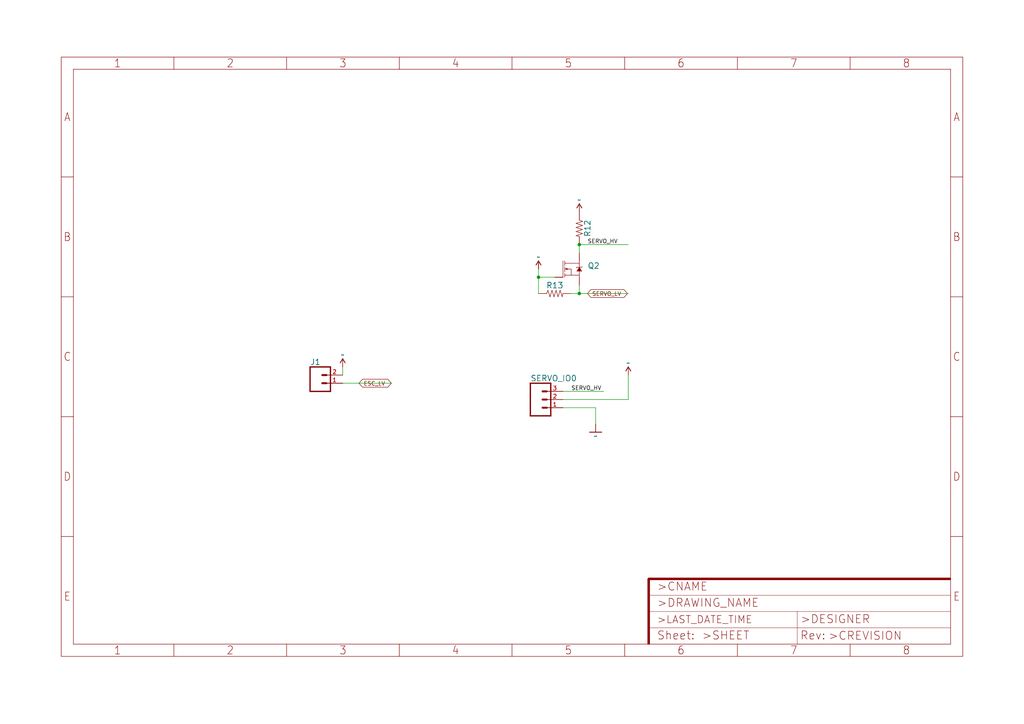
<source format=kicad_sch>
(kicad_sch (version 20211123) (generator eeschema)
  (paper "User" 318.77 225.501)
  (lib_symbols
    (symbol "layer3-eagle-import:3.3V" (power)
      (property "Value" "3.3V" (at 0 2.794 0))
      (symbol "3.3V_1_0"
        (polyline (pts (xy 0 2.54) (xy -0.762 1.27)) (stroke (width 0.254)))
        (polyline (pts (xy 0.762 1.27) (xy 0 2.54)) (stroke (width 0.254)))
        (pin power_in line (at 0 0 90) (length 2.54) (name "3.3V") (number "1"))
      )
    )
    (symbol "layer3-eagle-import:5V" (power)
      (property "Value" "5V" (at 0 2.794 0))
      (symbol "5V_1_0"
        (polyline (pts (xy 0 2.54) (xy -0.762 1.27)) (stroke (width 0.254)))
        (polyline (pts (xy 0.762 1.27) (xy 0 2.54)) (stroke (width 0.254)))
        (pin power_in line (at 0 0 90) (length 2.54) (name "5V") (number "1"))
      )
    )
    (symbol "layer3-eagle-import:CONN_02LOCK"
      (property "Reference" "J" (at -2.54 5.588 0))
      (property "Value" "CONN_02LOCK" (at -2.54 -4.826 0))
      (symbol "CONN_02LOCK_1_0"
        (polyline (pts (xy -2.54 5.08) (xy -2.54 -2.54)) (stroke (width 0.4064)))
        (polyline (pts (xy -2.54 5.08) (xy 3.81 5.08)) (stroke (width 0.4064)))
        (polyline (pts (xy 1.27 0) (xy 2.54 0)) (stroke (width 0.6096)))
        (polyline (pts (xy 1.27 2.54) (xy 2.54 2.54)) (stroke (width 0.6096)))
        (polyline (pts (xy 3.81 -2.54) (xy -2.54 -2.54)) (stroke (width 0.4064)))
        (polyline (pts (xy 3.81 -2.54) (xy 3.81 5.08)) (stroke (width 0.4064)))
        (pin passive line (at 7.62 0 180) (length 5.08) (name "1") (number "1"))
        (pin passive line (at 7.62 2.54 180) (length 5.08) (name "2") (number "2"))
      )
    )
    (symbol "layer3-eagle-import:CONN_03LOCK"
      (property "Reference" "J" (at -2.54 5.588 0))
      (property "Value" "CONN_03LOCK" (at -2.54 -7.366 0))
      (symbol "CONN_03LOCK_1_0"
        (polyline (pts (xy -2.54 5.08) (xy -2.54 -5.08)) (stroke (width 0.4064)))
        (polyline (pts (xy -2.54 5.08) (xy 3.81 5.08)) (stroke (width 0.4064)))
        (polyline (pts (xy 1.27 -2.54) (xy 2.54 -2.54)) (stroke (width 0.6096)))
        (polyline (pts (xy 1.27 0) (xy 2.54 0)) (stroke (width 0.6096)))
        (polyline (pts (xy 1.27 2.54) (xy 2.54 2.54)) (stroke (width 0.6096)))
        (polyline (pts (xy 3.81 -5.08) (xy -2.54 -5.08)) (stroke (width 0.4064)))
        (polyline (pts (xy 3.81 -5.08) (xy 3.81 5.08)) (stroke (width 0.4064)))
        (pin passive line (at 7.62 -2.54 180) (length 5.08) (name "1") (number "1"))
        (pin passive line (at 7.62 0 180) (length 5.08) (name "2") (number "2"))
        (pin passive line (at 7.62 2.54 180) (length 5.08) (name "3") (number "3"))
      )
    )
    (symbol "layer3-eagle-import:FRAME-A4L"
      (symbol "FRAME-A4L_0_0"
        (polyline (pts (xy -3.81 33.528) (xy 0 33.528)))
        (polyline (pts (xy -3.81 70.866) (xy 0 70.866)))
        (polyline (pts (xy -3.81 108.204) (xy 0 108.204)))
        (polyline (pts (xy -3.81 145.542) (xy 0 145.542)))
        (polyline (pts (xy 0 0) (xy 0 179.07)))
        (polyline (pts (xy 31.2738 -3.81) (xy 31.2738 0)))
        (polyline (pts (xy 31.2738 179.07) (xy 31.2738 182.88)))
        (polyline (pts (xy 66.3575 -3.81) (xy 66.3575 0)))
        (polyline (pts (xy 66.3575 179.07) (xy 66.3575 182.88)))
        (polyline (pts (xy 101.4413 -3.81) (xy 101.4413 0)))
        (polyline (pts (xy 101.4413 179.07) (xy 101.4413 182.88)))
        (polyline (pts (xy 136.525 -3.81) (xy 136.525 0)))
        (polyline (pts (xy 136.525 179.07) (xy 136.525 182.88)))
        (polyline (pts (xy 171.6088 -3.81) (xy 171.6088 0)))
        (polyline (pts (xy 171.6088 179.07) (xy 171.6088 182.88)))
        (polyline (pts (xy 206.6925 -3.81) (xy 206.6925 0)))
        (polyline (pts (xy 206.6925 179.07) (xy 206.6925 182.88)))
        (polyline (pts (xy 241.7763 -3.81) (xy 241.7763 0)))
        (polyline (pts (xy 241.7763 179.07) (xy 241.7763 182.88)))
        (polyline (pts (xy 273.05 0) (xy 0 0)))
        (polyline (pts (xy 273.05 0) (xy 273.05 179.07)))
        (polyline (pts (xy 273.05 33.528) (xy 276.86 33.528)))
        (polyline (pts (xy 273.05 70.866) (xy 276.86 70.866)))
        (polyline (pts (xy 273.05 108.204) (xy 276.86 108.204)))
        (polyline (pts (xy 273.05 145.542) (xy 276.86 145.542)))
        (polyline (pts (xy 273.05 179.07) (xy 0 179.07)))
        (polyline (pts (xy -3.81 -3.81) (xy 276.86 -3.81) (xy 276.86 182.88) (xy -3.81 182.88) (xy -3.81 -3.81)))
        (text "1" (at 13.7319 -1.905 0) (effects (font (size 2.54 2.286))))
        (text "1" (at 13.7319 180.975 0) (effects (font (size 2.54 2.286))))
        (text "2" (at 48.8156 -1.905 0) (effects (font (size 2.54 2.286))))
        (text "2" (at 48.8156 180.975 0) (effects (font (size 2.54 2.286))))
        (text "3" (at 83.8994 -1.905 0) (effects (font (size 2.54 2.286))))
        (text "3" (at 83.8994 180.975 0) (effects (font (size 2.54 2.286))))
        (text "4" (at 118.9831 -1.905 0) (effects (font (size 2.54 2.286))))
        (text "4" (at 118.9831 180.975 0) (effects (font (size 2.54 2.286))))
        (text "5" (at 154.0669 -1.905 0) (effects (font (size 2.54 2.286))))
        (text "5" (at 154.0669 180.975 0) (effects (font (size 2.54 2.286))))
        (text "6" (at 189.1506 -1.905 0) (effects (font (size 2.54 2.286))))
        (text "6" (at 189.1506 180.975 0) (effects (font (size 2.54 2.286))))
        (text "7" (at 224.2344 -1.905 0) (effects (font (size 2.54 2.286))))
        (text "7" (at 224.2344 180.975 0) (effects (font (size 2.54 2.286))))
        (text "8" (at 259.3181 -1.905 0) (effects (font (size 2.54 2.286))))
        (text "8" (at 259.3181 180.975 0) (effects (font (size 2.54 2.286))))
        (text "A" (at -1.905 164.211 0) (effects (font (size 2.54 2.286))))
        (text "A" (at 274.955 164.211 0) (effects (font (size 2.54 2.286))))
        (text "B" (at -1.905 126.873 0) (effects (font (size 2.54 2.286))))
        (text "B" (at 274.955 126.873 0) (effects (font (size 2.54 2.286))))
        (text "C" (at -1.905 89.535 0) (effects (font (size 2.54 2.286))))
        (text "C" (at 274.955 89.535 0) (effects (font (size 2.54 2.286))))
        (text "D" (at -1.905 52.197 0) (effects (font (size 2.54 2.286))))
        (text "D" (at 274.955 52.197 0) (effects (font (size 2.54 2.286))))
        (text "E" (at -1.905 14.859 0) (effects (font (size 2.54 2.286))))
        (text "E" (at 274.955 14.859 0) (effects (font (size 2.54 2.286))))
      )
      (symbol "FRAME-A4L_1_0"
        (polyline (pts (xy 179.07 10.16) (xy 225.29 10.16)) (stroke (width 0.1016)))
        (polyline (pts (xy 179.07 15.24) (xy 273.05 15.24)) (stroke (width 0.1016)))
        (polyline (pts (xy 179.07 19.05) (xy 179.07 20.32)) (stroke (width 0.6096)))
        (polyline (pts (xy 179.07 20.32) (xy 180.34 20.32)) (stroke (width 0.6096)))
        (polyline (pts (xy 225.29 -0.1) (xy 225.29 5.08)) (stroke (width 0.1016)))
        (polyline (pts (xy 225.29 5.08) (xy 179.07 5.08)) (stroke (width 0.1016)))
        (polyline (pts (xy 225.29 5.08) (xy 225.29 10.16)) (stroke (width 0.1016)))
        (polyline (pts (xy 225.29 5.08) (xy 273.05 5.08)) (stroke (width 0.1016)))
        (polyline (pts (xy 225.29 10.16) (xy 273.05 10.16)) (stroke (width 0.1016)))
        (rectangle (start 178.7652 0) (end 179.3748 20.32) (fill (type outline)))
        (rectangle (start 179.07 20.6248) (end 273.05 20.0152) (fill (type outline)))
        (text ">CNAME" (at 181.61 16.51 0) (effects (font (size 2.54 2.54)) (justify left bottom)))
        (text ">CREVISION" (at 234.92 1.17 0) (effects (font (size 2.54 2.54)) (justify left bottom)))
        (text ">DESIGNER" (at 226.26 6.35 0) (effects (font (size 2.54 2.54)) (justify left bottom)))
        (text ">DRAWING_NAME" (at 181.61 11.43 0) (effects (font (size 2.54 2.54)) (justify left bottom)))
        (text ">LAST_DATE_TIME" (at 181.61 6.35 0) (effects (font (size 2.286 2.286)) (justify left bottom)))
        (text ">SHEET" (at 195.58 1.27 0) (effects (font (size 2.54 2.54)) (justify left bottom)))
        (text "Rev:" (at 226.16 1.27 0) (effects (font (size 2.54 2.54)) (justify left bottom)))
        (text "Sheet:" (at 181.61 1.27 0) (effects (font (size 2.54 2.54)) (justify left bottom)))
      )
    )
    (symbol "layer3-eagle-import:GND" (power)
      (property "Value" "GND" (at 0 -0.254 0))
      (symbol "GND_1_0"
        (polyline (pts (xy -1.905 0) (xy 1.905 0)) (stroke (width 0.254)))
        (pin power_in line (at 0 2.54 270) (length 2.54) (name "GND") (number "1"))
      )
    )
    (symbol "layer3-eagle-import:MOSFET-NCH-AO3404A"
      (property "Reference" "Q" (at 5.08 0 0))
      (property "Value" "MOSFET-NCH-AO3404A" (at 5.08 -2.54 0))
      (symbol "MOSFET-NCH-AO3404A_1_0"
        (polyline (pts (xy -2.54 -2.54) (xy -2.54 2.54)) (stroke (width 0.1524)))
        (polyline (pts (xy -1.9812 -1.905) (xy -1.9812 -2.54)) (stroke (width 0.1524)))
        (polyline (pts (xy -1.9812 -1.905) (xy 0 -1.905)) (stroke (width 0.1524)))
        (polyline (pts (xy -1.9812 -1.2954) (xy -1.9812 -1.905)) (stroke (width 0.1524)))
        (polyline (pts (xy -1.9812 0.6858) (xy -1.9812 -0.8382)) (stroke (width 0.1524)))
        (polyline (pts (xy -1.9812 1.8034) (xy -1.9812 1.0922)) (stroke (width 0.1524)))
        (polyline (pts (xy -1.9812 1.8034) (xy 2.54 1.8034)) (stroke (width 0.1524)))
        (polyline (pts (xy -1.9812 2.54) (xy -1.9812 1.8034)) (stroke (width 0.1524)))
        (polyline (pts (xy 0 -1.905) (xy 0 0)) (stroke (width 0.1524)))
        (polyline (pts (xy 0 0) (xy -1.2192 0)) (stroke (width 0.1524)))
        (polyline (pts (xy 1.6002 0.381) (xy 1.778 0.5588)) (stroke (width 0.1524)))
        (polyline (pts (xy 2.54 -2.54) (xy 2.54 -1.905)) (stroke (width 0.1524)))
        (polyline (pts (xy 2.54 -1.905) (xy 0 -1.905)) (stroke (width 0.1524)))
        (polyline (pts (xy 2.54 -0.7112) (xy 2.54 -1.905)) (stroke (width 0.1524)))
        (polyline (pts (xy 2.54 0.5588) (xy 1.778 0.5588)) (stroke (width 0.1524)))
        (polyline (pts (xy 2.54 0.5588) (xy 3.302 0.5588)) (stroke (width 0.1524)))
        (polyline (pts (xy 2.54 1.8034) (xy 2.54 0.5588)) (stroke (width 0.1524)))
        (polyline (pts (xy 2.54 2.54) (xy 2.54 1.8034)) (stroke (width 0.1524)))
        (polyline (pts (xy 3.302 0.5588) (xy 3.4798 0.7366)) (stroke (width 0.1524)))
        (polyline (pts (xy -1.9812 0) (xy -1.2192 0.254) (xy -1.2192 -0.254)) (fill (type outline)))
        (polyline (pts (xy 1.778 -0.7112) (xy 2.54 0.5588) (xy 3.302 -0.7112)) (fill (type outline)))
        (pin bidirectional line (at -5.08 -2.54 0) (length 2.54) (name "G") (number "1"))
        (pin bidirectional line (at 2.54 -5.08 90) (length 2.54) (name "S") (number "2"))
        (pin bidirectional line (at 2.54 5.08 270) (length 2.54) (name "D") (number "3"))
      )
    )
    (symbol "layer3-eagle-import:RESISTOR0603"
      (property "Reference" "R" (at 0 1.524 0))
      (property "Value" "RESISTOR0603" (at 0 -1.524 0))
      (symbol "RESISTOR0603_1_0"
        (polyline (pts (xy -2.54 0) (xy -2.159 1.016)) (stroke (width 0.1524)))
        (polyline (pts (xy -2.159 1.016) (xy -1.524 -1.016)) (stroke (width 0.1524)))
        (polyline (pts (xy -1.524 -1.016) (xy -0.889 1.016)) (stroke (width 0.1524)))
        (polyline (pts (xy -0.889 1.016) (xy -0.254 -1.016)) (stroke (width 0.1524)))
        (polyline (pts (xy -0.254 -1.016) (xy 0.381 1.016)) (stroke (width 0.1524)))
        (polyline (pts (xy 0.381 1.016) (xy 1.016 -1.016)) (stroke (width 0.1524)))
        (polyline (pts (xy 1.016 -1.016) (xy 1.651 1.016)) (stroke (width 0.1524)))
        (polyline (pts (xy 1.651 1.016) (xy 2.286 -1.016)) (stroke (width 0.1524)))
        (polyline (pts (xy 2.286 -1.016) (xy 2.54 0)) (stroke (width 0.1524)))
        (pin passive line (at -5.08 0 0) (length 2.54) (name "1") (number "1"))
        (pin passive line (at 5.08 0 180) (length 2.54) (name "2") (number "2"))
      )
    )
  )
  (junction (at 180.34 91.44))
  (junction (at 167.64 86.36))
  (junction (at 180.34 76.2))
  (wire (pts (xy 167.64 86.36) (xy 172.72 86.36)))
  (wire (pts (xy 106.68 114.3) (xy 106.68 116.84)))
  (wire (pts (xy 175.26 124.46) (xy 195.58 124.46)))
  (wire (pts (xy 180.34 78.74) (xy 180.34 76.2)))
  (wire (pts (xy 106.68 119.38) (xy 121.92 119.38)))
  (wire (pts (xy 175.26 121.92) (xy 187.96 121.92)))
  (wire (pts (xy 180.34 91.44) (xy 195.58 91.44)))
  (wire (pts (xy 180.34 76.2) (xy 195.58 76.2)))
  (wire (pts (xy 167.64 83.82) (xy 167.64 86.36)))
  (wire (pts (xy 185.42 127) (xy 185.42 132.08)))
  (wire (pts (xy 175.26 127) (xy 185.42 127)))
  (wire (pts (xy 180.34 88.9) (xy 180.34 91.44)))
  (wire (pts (xy 180.34 91.44) (xy 177.8 91.44)))
  (wire (pts (xy 167.64 91.44) (xy 167.64 86.36)))
  (wire (pts (xy 195.58 124.46) (xy 195.58 116.84)))
  (label "SERVO_HV" (at 182.88 76.2 0) (effects (font (size 1.2446 1.2446))))
  (label "SERVO_HV" (at 177.8 121.92 0) (effects (font (size 1.2446 1.2446))))
  (global_label "ESC_LV" (shape bidirectional) (at 111.76 119.38 0) (effects (font (size 1.2446 1.2446))) (property "Intersheet References" "${INTERSHEET_REFS}" (effects hide)))
  (global_label "SERVO_LV" (shape bidirectional) (at 182.88 91.44 0) (effects (font (size 1.2446 1.2446))) (property "Intersheet References" "${INTERSHEET_REFS}" (effects hide)))
  (symbol (lib_id "layer3-eagle-import:3.3V") (at 167.64 83.82 0) (unit 1)
    (property "Reference" "#SUPPLY8" (effects hide))
  )
  (symbol (lib_id "layer3-eagle-import:CONN_03LOCK") (at 167.64 124.46 0) (unit 1)
    (property "Reference" "SERVO_IO0" (at 165.1 118.872 0) (effects (font (size 1.778 1.778)) (justify left bottom)))
  )
  (symbol (lib_id "layer3-eagle-import:RESISTOR0603") (at 172.72 91.44 0) (unit 1)
    (property "Reference" "R13" (at 172.72 89.916 0) (effects (font (size 1.778 1.778)) (justify bottom)))
  )
  (symbol (lib_id "layer3-eagle-import:5V") (at 195.58 116.84 0) (unit 1)
    (property "Reference" "#SUPPLY9" (effects hide))
  )
  (symbol (lib_id "layer3-eagle-import:RESISTOR0603") (at 180.34 71.12 270) (unit 1)
    (property "Reference" "R12" (at 181.864 71.12 0) (effects (font (size 1.778 1.778)) (justify bottom)))
  )
  (symbol (lib_id "layer3-eagle-import:FRAME-A4L") (at 22.86 200.66 0) (unit 1)
    (property "Reference" "#FRAME5" (effects hide))
  )
  (symbol (lib_id "layer3-eagle-import:CONN_02LOCK") (at 99.06 119.38 0) (unit 1)
    (property "Reference" "J1" (at 96.52 113.792 0) (effects (font (size 1.778 1.778)) (justify left bottom)))
  )
  (symbol (lib_id "layer3-eagle-import:MOSFET-NCH-AO3404A") (at 177.8 83.82 0) (unit 1)
    (property "Reference" "Q2" (at 182.88 83.82 0) (effects (font (size 1.778 1.778)) (justify left bottom)))
  )
  (symbol (lib_id "layer3-eagle-import:5V") (at 180.34 66.04 0) (unit 1)
    (property "Reference" "#SUPPLY7" (effects hide))
  )
  (symbol (lib_id "layer3-eagle-import:5V") (at 106.68 114.3 0) (unit 1)
    (property "Reference" "#SUPPLY3" (effects hide))
  )
  (symbol (lib_id "layer3-eagle-import:GND") (at 185.42 134.62 0) (unit 1)
    (property "Reference" "#GND42" (effects hide))
  )
)
</source>
